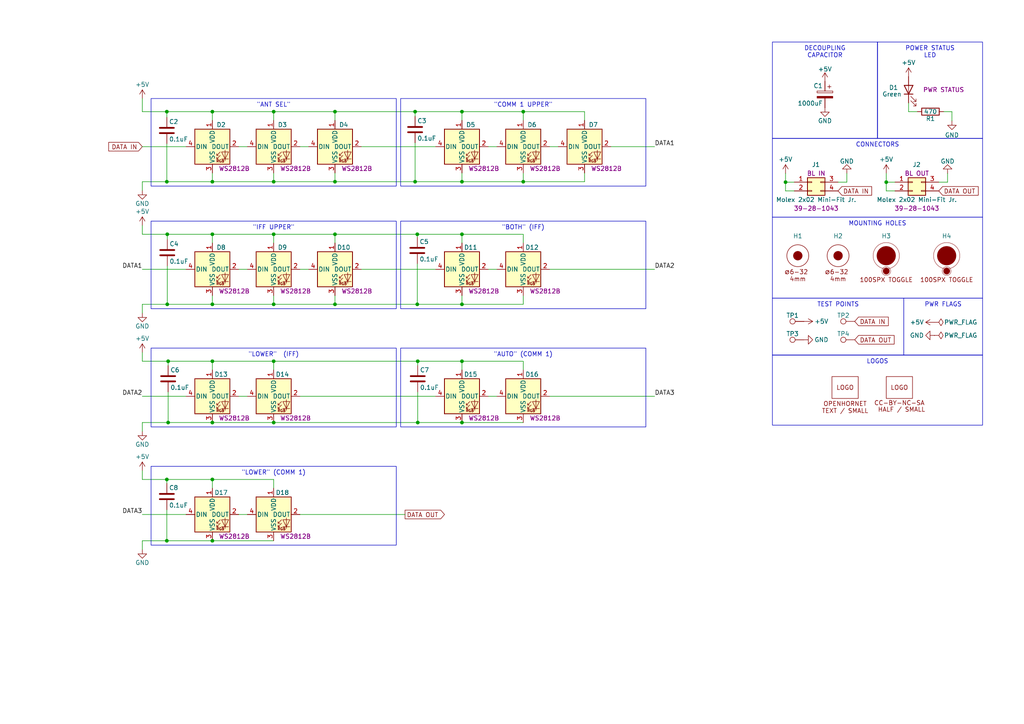
<source format=kicad_sch>
(kicad_sch (version 20230121) (generator eeschema)
  (paper "A4")
  (title_block (title "ANT SEL PANEL") (date "2023-04-10") (rev "4") (company "www.openhornet.com") (comment 1 "License:  CC BY-NC-SA") (comment 2 "Backlighting-Type A"))
  (lib_symbols
    (symbol "OH_Symbols:Capacitor_0603_0.1uF" (pin_numbers hide) (pin_names (offset 0.254))
      (property "Reference" "C" (at 0.635 2.54 0))
      (property "Value" "0.1uF" (at 0.635 -2.54 0))
      (symbol "Capacitor_0603_0.1uF_0_1"
        (polyline (pts (xy -2.032 -0.762) (xy 2.032 -0.762)) (stroke (width 0.508)))
        (polyline (pts (xy -2.032 0.762) (xy 2.032 0.762)) (stroke (width 0.508)))
      )
      (symbol "Capacitor_0603_0.1uF_1_1"
        (pin passive line (at 0 3.81 270) (length 2.794) (name "~") (number "1"))
        (pin passive line (at 0 -3.81 90) (length 2.794) (name "~") (number "2"))
      )
    )
    (symbol "OH_Symbols:Capacitor_Polarized_8x10_1000uF" (pin_numbers hide) (pin_names (offset 0.254))
      (property "Reference" "C" (at 0.635 2.54 0))
      (property "Value" "1000uF" (at 0.635 -2.54 0))
      (symbol "Capacitor_Polarized_8x10_1000uF_0_1"
        (rectangle (start -2.286 0.508) (end 2.286 1.016))
        (polyline (pts (xy -1.778 2.286) (xy -0.762 2.286)))
        (polyline (pts (xy -1.27 2.794) (xy -1.27 1.778)))
        (rectangle (start 2.286 -0.508) (end -2.286 -1.016) (fill (type outline)))
      )
      (symbol "Capacitor_Polarized_8x10_1000uF_1_1"
        (pin passive line (at 0 3.81 270) (length 2.794) (name "~") (number "1"))
        (pin passive line (at 0 -3.81 90) (length 2.794) (name "~") (number "2"))
      )
    )
    (symbol "OH_Symbols:LED_3.0mm_Green" (pin_numbers hide) (pin_names (offset 1.016) hide)
      (property "Reference" "D1" (at -4.445 -0.635 0))
      (property "Value" "Green" (at -6.35 -2.54 0))
      (property "Silkscreen" "PWR STATUS" (at 11.43 -1.27 0))
      (symbol "LED_3.0mm_Green_0_1"
        (polyline (pts (xy 1.27 0) (xy 1.27 -2.54)))
        (polyline (pts (xy 2.54 -2.54) (xy 0 -2.54)) (stroke (width 0.254)))
        (polyline (pts (xy 2.54 0) (xy 0 0) (xy 1.27 -2.54) (xy 2.54 0)) (stroke (width 0.254)))
        (polyline (pts (xy 1.905 -4.445) (xy 3.429 -5.969) (xy 3.429 -5.207) (xy 3.429 -5.969) (xy 2.667 -5.969)))
        (polyline (pts (xy 1.905 -3.175) (xy 3.429 -4.699) (xy 3.429 -3.937) (xy 3.429 -4.699) (xy 2.667 -4.699)))
      )
      (symbol "LED_3.0mm_Green_1_1"
        (pin passive line (at 1.27 -5.08 90) (length 2.54) (name "K") (number "1"))
        (pin passive line (at 1.27 2.54 270) (length 2.54) (name "A") (number "2"))
      )
    )
    (symbol "OH_Symbols:LOGO_License_Half_Small" (pin_numbers hide) (pin_names (offset 0) hide)
      (symbol "LOGO_License_Half_Small_0_0"
        (text "CC-BY-NC-SA" (at 0 3.81 0) (effects (font (size 1.27 1.27))))
      )
      (symbol "LOGO_License_Half_Small_0_1"
        (rectangle (start 3.81 5.08) (end -3.81 11.43))
      )
      (symbol "LOGO_License_Half_Small_1_0"
        (text "HALF / SMALL\n" (at 0.635 1.905 0) (effects (font (size 1.27 1.27))))
      )
      (symbol "LOGO_License_Half_Small_1_1"
        (text "LOGO" (at 0 8.255 0) (effects (font (size 1.27 1.27))))
      )
    )
    (symbol "OH_Symbols:LOGO_OpenHornet_Text_Small" (pin_numbers hide) (pin_names (offset 0) hide) (in_bom no)
      (symbol "LOGO_OpenHornet_Text_Small_0_1"
        (rectangle (start 3.81 5.08) (end -3.81 11.43))
      )
      (symbol "LOGO_OpenHornet_Text_Small_1_0"
        (text "LOGO" (at 0 8.255 0) (effects (font (size 1.27 1.27))))
        (text "OPENHORNET\nTEXT / SMALL" (at 0 2.54 0) (effects (font (size 1.27 1.27))))
      )
    )
    (symbol "OH_Symbols:Molex_2x02_Mini-Fit_Jr." (pin_names (offset 1.016) hide)
      (property "Reference" "J2" (at 0 5.08 0))
      (property "Value" "Molex 2x02 Mini-Fit Jr." (at 1.27 -5.08 0))
      (property "Manufacturer PN" "39-28-1043" (at 1.27 -7.62 0))
      (property "Silkscreen" "BL OUT" (at 1.27 2.54 0))
      (symbol "Molex_2x02_Mini-Fit_Jr._1_1"
        (rectangle (start -1.27 -2.413) (end 0 -2.667) (stroke (width 0.1524)))
        (rectangle (start -1.27 0.127) (end 0 -0.127) (stroke (width 0.1524)))
        (rectangle (start -1.27 1.27) (end 3.81 -3.81) (stroke (width 0.254)) (fill (type background)))
        (rectangle (start 3.81 -2.413) (end 2.54 -2.667) (stroke (width 0.1524)))
        (rectangle (start 3.81 0.127) (end 2.54 -0.127) (stroke (width 0.1524)))
        (pin passive line (at -5.08 0 0) (length 3.81) (name "Pin_1") (number "1"))
        (pin passive line (at -5.08 -2.54 0) (length 3.81) (name "Pin_3") (number "2"))
        (pin passive line (at 7.62 0 180) (length 3.81) (name "Pin_2") (number "3"))
        (pin passive line (at 7.62 -2.54 180) (length 3.81) (name "Pin_4") (number "4"))
      )
    )
    (symbol "OH_Symbols:MountingHole_100SPX_Toggle" (pin_names (offset 1.016))
      (property "Reference" "H" (at 0 5.715 0))
      (symbol "MountingHole_100SPX_Toggle_1_1"
        (circle (center 0 -4.445) (radius 0.898) (fill (type outline)))
        (circle (center 0 -4.445) (radius 1.27) (stroke (width 0.1)))
        (circle (center 0 0) (radius 2.6941) (fill (type outline)))
        (circle (center 0 0) (radius 3.81) (stroke (width 0.1)))
        (text "100SPX TOGGLE" (at 0 -6.985 0) (effects (font (size 1.27 1.27))))
      )
    )
    (symbol "OH_Symbols:MountingHole_6x32_PHS" (pin_numbers hide) (pin_names (offset 0) hide)
      (property "Reference" "H" (at 0 5.715 0))
      (symbol "MountingHole_6x32_PHS_0_0"
        (circle (center 0 0) (radius 1.27) (fill (type outline)))
        (circle (center 0 0) (radius 3.175))
      )
      (symbol "MountingHole_6x32_PHS_1_1"
        (text "⌀6-32 \n4mm" (at 0 -5.715 0) (effects (font (size 1.27 1.27))))
      )
    )
    (symbol "OH_Symbols:Resistor_0603_470Ω" (pin_numbers hide) (pin_names (offset 0))
      (property "Reference" "R" (at 0 -2.032 0))
      (property "Value" "470" (at 0 0 0))
      (symbol "Resistor_0603_470Ω_0_1"
        (rectangle (start -2.54 1.016) (end 2.54 -1.016) (stroke (width 0.254)))
      )
      (symbol "Resistor_0603_470Ω_1_1"
        (pin passive line (at 3.81 0 180) (length 1.27) (name "~") (number "1"))
        (pin passive line (at -3.81 0 0) (length 1.27) (name "~") (number "2"))
      )
    )
    (symbol "OH_Symbols:TestPoint" (pin_numbers hide) (pin_names (offset 0.762) hide)
      (property "Reference" "TP" (at 0 6.858 0))
      (property "Value" "TestPoint" (at 0 5.08 0))
      (symbol "TestPoint_0_1"
        (circle (center 0 3.302) (radius 0.762))
      )
      (symbol "TestPoint_1_1"
        (pin passive line (at 0 0 90) (length 2.54) (name "1") (number "1"))
      )
    )
    (symbol "OH_Symbols:WS2812B" (pin_names (offset 0.254))
      (property "Reference" "D" (at 2.54 6.35 0))
      (property "Manufacturer PN" "WS2812B" (at 6.35 -6.35 0))
      (symbol "WS2812B_0_0"
        (text "RGB" (at 2.286 -4.191 0) (effects (font (size 0.762 0.762))))
      )
      (symbol "WS2812B_0_1"
        (polyline (pts (xy 1.27 -3.556) (xy 1.778 -3.556)))
        (polyline (pts (xy 1.27 -2.54) (xy 1.778 -2.54)))
        (polyline (pts (xy 4.699 -3.556) (xy 2.667 -3.556)))
        (polyline (pts (xy 2.286 -2.54) (xy 1.27 -3.556) (xy 1.27 -3.048)))
        (polyline (pts (xy 2.286 -1.524) (xy 1.27 -2.54) (xy 1.27 -2.032)))
        (polyline (pts (xy 3.683 -1.016) (xy 3.683 -3.556) (xy 3.683 -4.064)))
        (polyline (pts (xy 4.699 -1.524) (xy 2.667 -1.524) (xy 3.683 -3.556) (xy 4.699 -1.524)))
        (rectangle (start 5.08 5.08) (end -5.08 -5.08) (stroke (width 0.254)) (fill (type background)))
      )
      (symbol "WS2812B_1_1"
        (pin power_in line (at 0 7.62 270) (length 2.54) (name "VDD") (number "1"))
        (pin output line (at 7.62 0 180) (length 2.54) (name "DOUT") (number "2"))
        (pin power_in line (at 0 -7.62 90) (length 2.54) (name "VSS") (number "3"))
        (pin input line (at -7.62 0 0) (length 2.54) (name "DIN") (number "4"))
      )
    )
    (symbol "power:+5V" (power) (pin_names (offset 0))
      (property "Value" "+5V" (at 0 3.556 0))
      (symbol "+5V_0_1"
        (polyline (pts (xy -0.762 1.27) (xy 0 2.54)))
        (polyline (pts (xy 0 0) (xy 0 2.54)))
        (polyline (pts (xy 0 2.54) (xy 0.762 1.27)))
      )
      (symbol "+5V_1_1"
        (pin power_in line (at 0 0 90) (length 0) hide (name "+5V") (number "1"))
      )
    )
    (symbol "power:GND" (power) (pin_names (offset 0))
      (property "Value" "GND" (at 0 -3.81 0))
      (symbol "GND_0_1"
        (polyline (pts (xy 0 0) (xy 0 -1.27) (xy 1.27 -1.27) (xy 0 -2.54) (xy -1.27 -1.27) (xy 0 -1.27)))
      )
      (symbol "GND_1_1"
        (pin power_in line (at 0 0 270) (length 0) hide (name "GND") (number "1"))
      )
    )
    (symbol "power:PWR_FLAG" (power) (pin_numbers hide) (pin_names (offset 0) hide)
      (property "Value" "PWR_FLAG" (at 0 3.81 0))
      (symbol "PWR_FLAG_0_0"
        (pin power_out line (at 0 0 90) (length 0) (name "pwr") (number "1"))
      )
      (symbol "PWR_FLAG_0_1"
        (polyline (pts (xy 0 0) (xy 0 1.27) (xy -1.016 1.905) (xy 0 2.54) (xy 1.016 1.905) (xy 0 1.27)))
      )
    )
  )
  (junction (at 121.158 104.775))
  (junction (at 48.768 122.555))
  (junction (at 133.985 122.555))
  (junction (at 48.768 104.775))
  (junction (at 48.514 88.265))
  (junction (at 48.514 67.945))
  (junction (at 61.595 139.065))
  (junction (at 48.387 139.065))
  (junction (at 133.985 32.385))
  (junction (at 79.375 88.265))
  (junction (at 48.387 32.385))
  (junction (at 120.396 52.705))
  (junction (at 121.158 122.555))
  (junction (at 151.765 52.705))
  (junction (at 48.387 52.705))
  (junction (at 61.595 122.555))
  (junction (at 97.155 67.945))
  (junction (at 121.031 88.265))
  (junction (at 121.031 67.945))
  (junction (at 61.595 88.265))
  (junction (at 61.595 67.945))
  (junction (at 61.595 32.385))
  (junction (at 97.155 88.265))
  (junction (at 257.048 52.832))
  (junction (at 120.396 32.385))
  (junction (at 79.375 104.775))
  (junction (at 61.595 156.845))
  (junction (at 61.595 104.775))
  (junction (at 227.838 52.832))
  (junction (at 79.375 32.385))
  (junction (at 97.155 32.385))
  (junction (at 79.375 52.705))
  (junction (at 61.595 52.705))
  (junction (at 151.765 32.385))
  (junction (at 133.985 52.705))
  (junction (at 79.375 67.945))
  (junction (at 97.155 52.705))
  (junction (at 133.985 88.265))
  (junction (at 133.985 67.945))
  (junction (at 79.375 122.555))
  (junction (at 133.985 104.775))
  (junction (at 48.387 156.845))
  (wire (pts (xy 69.215 149.225) (xy 71.755 149.225)))
  (wire (pts (xy 120.396 41.402) (xy 120.396 52.705)))
  (wire (pts (xy 151.765 52.705) (xy 151.765 50.165)))
  (wire (pts (xy 169.545 52.705) (xy 169.545 50.165)))
  (wire (pts (xy 41.275 55.245) (xy 41.275 52.705)))
  (wire (pts (xy 141.605 42.545) (xy 144.145 42.545)))
  (wire (pts (xy 41.275 149.225) (xy 53.975 149.225)))
  (wire (pts (xy 79.375 139.065) (xy 79.375 141.605)))
  (wire (pts (xy 61.595 52.705) (xy 79.375 52.705)))
  (wire (pts (xy 61.595 122.555) (xy 79.375 122.555)))
  (wire (pts (xy 97.155 32.385) (xy 120.396 32.385)))
  (wire (pts (xy 48.387 139.065) (xy 61.595 139.065)))
  (wire (pts (xy 133.985 67.945) (xy 151.765 67.945)))
  (wire (pts (xy 61.595 156.845) (xy 79.375 156.845)))
  (wire (pts (xy 48.768 104.775) (xy 61.595 104.775)))
  (wire (pts (xy 141.605 114.935) (xy 144.145 114.935)))
  (wire (pts (xy 79.375 122.555) (xy 121.158 122.555)))
  (wire (pts (xy 48.387 139.065) (xy 48.387 140.208)))
  (wire (pts (xy 133.985 122.555) (xy 151.765 122.555)))
  (wire (pts (xy 41.275 32.385) (xy 48.387 32.385)))
  (wire (pts (xy 48.514 77.089) (xy 48.514 88.265)))
  (wire (pts (xy 133.985 104.775) (xy 133.985 107.315)))
  (wire (pts (xy 230.378 55.372) (xy 227.838 55.372)))
  (wire (pts (xy 48.387 156.845) (xy 61.595 156.845)))
  (wire (pts (xy 141.605 78.105) (xy 144.145 78.105)))
  (wire (pts (xy 48.514 67.945) (xy 61.595 67.945)))
  (wire (pts (xy 41.275 125.095) (xy 41.275 122.555)))
  (wire (pts (xy 133.985 67.945) (xy 133.985 70.485)))
  (wire (pts (xy 104.775 42.545) (xy 126.365 42.545)))
  (wire (pts (xy 86.995 149.225) (xy 117.475 149.225)))
  (wire (pts (xy 69.215 42.545) (xy 71.755 42.545)))
  (wire (pts (xy 151.765 104.775) (xy 151.765 107.315)))
  (wire (pts (xy 41.275 90.805) (xy 41.275 88.265)))
  (wire (pts (xy 133.985 88.265) (xy 151.765 88.265)))
  (wire (pts (xy 257.048 52.832) (xy 257.048 55.372)))
  (wire (pts (xy 86.995 114.935) (xy 126.365 114.935)))
  (wire (pts (xy 86.995 78.105) (xy 89.535 78.105)))
  (wire (pts (xy 97.155 67.945) (xy 97.155 70.485)))
  (wire (pts (xy 61.595 88.265) (xy 61.595 85.725)))
  (wire (pts (xy 61.595 88.265) (xy 79.375 88.265)))
  (wire (pts (xy 257.048 52.832) (xy 259.588 52.832)))
  (wire (pts (xy 177.165 42.545) (xy 189.865 42.545)))
  (wire (pts (xy 97.155 67.945) (xy 121.031 67.945)))
  (wire (pts (xy 259.588 55.372) (xy 257.048 55.372)))
  (wire (pts (xy 151.765 32.385) (xy 151.765 34.925)))
  (wire (pts (xy 41.275 139.065) (xy 48.387 139.065)))
  (wire (pts (xy 243.078 52.832) (xy 245.618 52.832)))
  (wire (pts (xy 169.545 32.385) (xy 169.545 34.925)))
  (wire (pts (xy 41.275 78.105) (xy 53.975 78.105)))
  (wire (pts (xy 104.775 78.105) (xy 126.365 78.105)))
  (wire (pts (xy 133.985 88.265) (xy 133.985 85.725)))
  (wire (pts (xy 245.618 50.292) (xy 245.618 52.832)))
  (wire (pts (xy 120.396 32.385) (xy 120.396 33.782)))
  (wire (pts (xy 41.275 67.945) (xy 48.514 67.945)))
  (wire (pts (xy 276.098 35.052) (xy 276.098 32.385)))
  (wire (pts (xy 79.375 67.945) (xy 79.375 70.485)))
  (wire (pts (xy 48.514 88.265) (xy 61.595 88.265)))
  (wire (pts (xy 61.595 67.945) (xy 79.375 67.945)))
  (wire (pts (xy 48.768 104.775) (xy 48.768 106.045)))
  (wire (pts (xy 79.375 32.385) (xy 79.375 34.925)))
  (wire (pts (xy 79.375 104.775) (xy 121.158 104.775)))
  (wire (pts (xy 274.828 52.832) (xy 272.288 52.832)))
  (wire (pts (xy 61.595 104.775) (xy 61.595 107.315)))
  (wire (pts (xy 121.158 104.775) (xy 121.158 106.045)))
  (wire (pts (xy 151.765 32.385) (xy 169.545 32.385)))
  (wire (pts (xy 227.838 52.832) (xy 227.838 55.372)))
  (wire (pts (xy 151.765 52.705) (xy 169.545 52.705)))
  (wire (pts (xy 120.396 52.705) (xy 133.985 52.705)))
  (wire (pts (xy 227.838 52.832) (xy 230.378 52.832)))
  (wire (pts (xy 41.275 104.775) (xy 48.768 104.775)))
  (wire (pts (xy 274.828 50.292) (xy 274.828 52.832)))
  (wire (pts (xy 159.385 78.105) (xy 189.865 78.105)))
  (wire (pts (xy 48.387 41.656) (xy 48.387 52.705)))
  (wire (pts (xy 97.155 52.705) (xy 120.396 52.705)))
  (wire (pts (xy 120.396 32.385) (xy 133.985 32.385)))
  (wire (pts (xy 133.985 104.775) (xy 151.765 104.775)))
  (wire (pts (xy 41.275 122.555) (xy 48.768 122.555)))
  (wire (pts (xy 159.385 42.545) (xy 161.925 42.545)))
  (wire (pts (xy 41.275 42.545) (xy 53.975 42.545)))
  (wire (pts (xy 48.514 67.945) (xy 48.514 69.469)))
  (wire (pts (xy 266.065 32.385) (xy 263.525 32.385)))
  (wire (pts (xy 121.158 122.555) (xy 133.985 122.555)))
  (wire (pts (xy 48.768 113.665) (xy 48.768 122.555)))
  (wire (pts (xy 133.985 32.385) (xy 133.985 34.925)))
  (wire (pts (xy 41.275 159.385) (xy 41.275 156.845)))
  (wire (pts (xy 41.275 88.265) (xy 48.514 88.265)))
  (wire (pts (xy 41.275 52.705) (xy 48.387 52.705)))
  (wire (pts (xy 151.765 67.945) (xy 151.765 70.485)))
  (wire (pts (xy 41.275 156.845) (xy 48.387 156.845)))
  (wire (pts (xy 79.375 32.385) (xy 97.155 32.385)))
  (wire (pts (xy 86.995 42.545) (xy 89.535 42.545)))
  (wire (pts (xy 79.375 104.775) (xy 79.375 107.315)))
  (wire (pts (xy 61.595 139.065) (xy 61.595 141.605)))
  (wire (pts (xy 48.768 122.555) (xy 61.595 122.555)))
  (wire (pts (xy 41.275 114.935) (xy 53.975 114.935)))
  (wire (pts (xy 97.155 88.265) (xy 97.155 85.725)))
  (wire (pts (xy 79.375 88.265) (xy 97.155 88.265)))
  (wire (pts (xy 263.525 29.845) (xy 263.525 32.385)))
  (wire (pts (xy 133.985 52.705) (xy 133.985 50.165)))
  (wire (pts (xy 79.375 67.945) (xy 97.155 67.945)))
  (wire (pts (xy 97.155 88.265) (xy 121.031 88.265)))
  (wire (pts (xy 121.158 104.775) (xy 133.985 104.775)))
  (wire (pts (xy 61.595 32.385) (xy 61.595 34.925)))
  (wire (pts (xy 121.031 88.265) (xy 133.985 88.265)))
  (wire (pts (xy 41.275 65.405) (xy 41.275 67.945)))
  (wire (pts (xy 41.275 102.235) (xy 41.275 104.775)))
  (wire (pts (xy 61.595 67.945) (xy 61.595 70.485)))
  (wire (pts (xy 159.385 114.935) (xy 189.865 114.935)))
  (wire (pts (xy 48.387 32.385) (xy 61.595 32.385)))
  (wire (pts (xy 61.595 32.385) (xy 79.375 32.385)))
  (wire (pts (xy 97.155 52.705) (xy 97.155 50.165)))
  (wire (pts (xy 151.765 88.265) (xy 151.765 85.725)))
  (wire (pts (xy 61.595 52.705) (xy 61.595 50.165)))
  (wire (pts (xy 69.215 114.935) (xy 71.755 114.935)))
  (wire (pts (xy 273.685 32.385) (xy 276.098 32.385)))
  (wire (pts (xy 41.275 136.525) (xy 41.275 139.065)))
  (wire (pts (xy 48.387 52.705) (xy 61.595 52.705)))
  (wire (pts (xy 121.031 67.945) (xy 121.031 68.834)))
  (wire (pts (xy 121.158 113.665) (xy 121.158 122.555)))
  (wire (pts (xy 48.387 147.828) (xy 48.387 156.845)))
  (wire (pts (xy 69.215 78.105) (xy 71.755 78.105)))
  (wire (pts (xy 61.595 139.065) (xy 79.375 139.065)))
  (wire (pts (xy 257.048 50.292) (xy 257.048 52.832)))
  (wire (pts (xy 133.985 52.705) (xy 151.765 52.705)))
  (wire (pts (xy 79.375 52.705) (xy 97.155 52.705)))
  (wire (pts (xy 121.031 76.454) (xy 121.031 88.265)))
  (wire (pts (xy 61.595 104.775) (xy 79.375 104.775)))
  (wire (pts (xy 227.838 50.292) (xy 227.838 52.832)))
  (wire (pts (xy 41.275 28.575) (xy 41.275 32.385)))
  (wire (pts (xy 97.155 32.385) (xy 97.155 34.925)))
  (wire (pts (xy 79.375 88.265) (xy 79.375 85.725)))
  (wire (pts (xy 121.031 67.945) (xy 133.985 67.945)))
  (wire (pts (xy 79.375 52.705) (xy 79.375 50.165)))
  (wire (pts (xy 48.387 32.385) (xy 48.387 34.036)))
  (wire (pts (xy 133.985 32.385) (xy 151.765 32.385)))
  (text_box "\"IFF UPPER\"" (at 43.815 64.135 0) (size 71.12 25.4) (effects (font (size 1.27 1.27)) (justify top)))
  (text_box "POWER STATUS\nLED" (at 254.508 12.192 0) (size 30.48 27.94) (effects (font (size 1.27 1.27)) (justify top)))
  (text_box "\"LOWER\"  (IFF)" (at 43.815 100.965 0) (size 71.12 22.86) (effects (font (size 1.27 1.27)) (justify top)))
  (text_box "\"BOTH\" (IFF)" (at 116.205 64.135 0) (size 71.12 25.4) (effects (font (size 1.27 1.27)) (justify top)))
  (text_box "TEST POINTS" (at 224.028 86.487 0) (size 38.1 16.51) (effects (font (size 1.27 1.27)) (justify top)))
  (text_box "CONNECTORS" (at 224.028 40.132 0) (size 60.96 22.86) (effects (font (size 1.27 1.27)) (justify top)))
  (text_box "DECOUPLING\nCAPACITOR" (at 224.028 12.192 0) (size 30.48 27.94) (effects (font (size 1.27 1.27)) (justify top)))
  (text_box "\"COMM 1 UPPER\"" (at 116.205 28.575 0) (size 71.12 25.4) (effects (font (size 1.27 1.27)) (justify top)))
  (text_box "\"ANT SEL\"" (at 43.815 28.575 0) (size 71.12 25.4) (effects (font (size 1.27 1.27)) (justify top)))
  (text_box "\"AUTO\" (COMM 1)" (at 116.205 100.965 0) (size 71.12 22.86) (effects (font (size 1.27 1.27)) (justify top)))
  (text_box "MOUNTING HOLES" (at 224.028 62.992 0) (size 60.96 23.495) (effects (font (size 1.27 1.27)) (justify top)))
  (text_box "\"LOWER\" (COMM 1)" (at 43.815 135.255 0) (size 71.12 22.86) (effects (font (size 1.27 1.27)) (justify top)))
  (text_box "LOGOS" (at 224.028 102.997 0) (size 60.96 20.32) (effects (font (size 1.27 1.27)) (justify top)))
  (text_box "PWR FLAGS" (at 262.128 86.487 0) (size 22.86 16.51) (effects (font (size 1.27 1.27)) (justify top)))
  (label "DATA2" (at 41.275 114.935 180))
  (label "DATA2" (at 189.865 78.105 0))
  (label "DATA3" (at 189.865 114.935 0))
  (label "DATA1" (at 189.865 42.545 0))
  (label "DATA1" (at 41.275 78.105 180))
  (label "DATA3" (at 41.275 149.225 180))
  (global_label "DATA OUT" (shape output) (at 117.475 149.225 0) (property "Intersheetrefs" "${INTERSHEET_REFS}" (effects hide)))
  (global_label "DATA IN" (shape input) (at 41.275 42.545 180) (property "Intersheetrefs" "${INTERSHEET_REFS}" (effects hide)))
  (global_label "DATA OUT" (shape input) (at 247.904 98.552 0) (property "Intersheetrefs" "${INTERSHEET_REFS}" (effects hide)))
  (global_label "DATA IN" (shape input) (at 243.078 55.372 0) (property "Intersheetrefs" "${INTERSHEET_REFS}" (effects hide)))
  (global_label "DATA IN" (shape input) (at 247.904 93.218 0) (property "Intersheetrefs" "${INTERSHEET_REFS}" (effects hide)))
  (global_label "DATA OUT" (shape input) (at 272.288 55.372 0) (property "Intersheetrefs" "${INTERSHEET_REFS}" (effects hide)))
  (symbol (lib_id "OH_Symbols:Capacitor_0603_0.1uF") (at 120.396 37.592 0) (unit 1)
    (property "Reference" "C3" (at 121.031 35.052 0) (effects (justify left)))
    (property "Value" "0.1uF" (at 121.031 40.132 0) (effects (justify left)))
    (property "Footprint" "OH_Footprints:C_0603_1608Metric" (effects hide))
    (property "Datasheet" "https://datasheet.lcsc.com/szlcsc/YAGEO-CC0603KRX7R9BB104_C14663.pdf" (effects hide))
    (property "LCSC" "C14663" (effects hide))
    (property "Manufacturer PN" "CC0603KRX7R9BB104" (effects hide))
  )
  (symbol (lib_id "OH_Symbols:WS2812B") (at 79.375 149.225 0) (unit 1)
    (property "Reference" "D18" (at 81.915 142.875 0))
    (property "Value" "RGB" (effects hide))
    (property "Footprint" "OH_Footprints:LED_WS2812B_PLCC4_5.0x5.0mm_P3.2mm" (effects hide))
    (property "Datasheet" "https://datasheet.lcsc.com/lcsc/2006151006_Worldsemi-WS2812B-B-W_C114586.pdf" (effects hide))
    (property "Manufacturer PN" "WS2812B" (at 85.725 155.575 0))
    (property "LCSC" "C2761795" (effects hide))
  )
  (symbol (lib_id "OH_Symbols:WS2812B") (at 79.375 114.935 0) (unit 1)
    (property "Reference" "D14" (at 81.915 108.585 0))
    (property "Value" "RGB" (effects hide))
    (property "Footprint" "OH_Footprints:LED_WS2812B_PLCC4_5.0x5.0mm_P3.2mm" (effects hide))
    (property "Datasheet" "https://datasheet.lcsc.com/lcsc/2006151006_Worldsemi-WS2812B-B-W_C114586.pdf" (effects hide))
    (property "Manufacturer PN" "WS2812B" (at 85.725 121.285 0))
    (property "LCSC" "C2761795" (effects hide))
  )
  (symbol (lib_id "OH_Symbols:Capacitor_Polarized_8x10_1000uF") (at 239.268 27.432 0) (mirror y) (unit 1)
    (property "Reference" "C1" (at 238.633 24.892 0) (effects (justify left)))
    (property "Value" "1000uF" (at 238.633 29.972 0) (effects (justify left)))
    (property "Footprint" "OH_Footprints:CP_Elec_8x10" (effects hide))
    (property "Datasheet" "https://www.mouser.com/datasheet/2/293/e_uwt-1847810.pdf" (effects hide))
    (property "LCSC" "C445083" (effects hide))
    (property "Manufacturer PN" "UWT0J102MNL1GS" (effects hide))
  )
  (symbol (lib_id "OH_Symbols:WS2812B") (at 61.595 149.225 0) (unit 1)
    (property "Reference" "D17" (at 64.135 142.875 0))
    (property "Value" "RGB" (effects hide))
    (property "Footprint" "OH_Footprints:LED_WS2812B_PLCC4_5.0x5.0mm_P3.2mm" (effects hide))
    (property "Datasheet" "https://datasheet.lcsc.com/lcsc/2006151006_Worldsemi-WS2812B-B-W_C114586.pdf" (effects hide))
    (property "Manufacturer PN" "WS2812B" (at 67.945 155.575 0))
    (property "LCSC" "C2761795" (effects hide))
  )
  (symbol (lib_id "power:PWR_FLAG") (at 271.018 93.472 270) (unit 1)
    (property "Reference" "#FLG0102" (effects hide))
    (property "Value" "PWR_FLAG" (at 278.638 93.472 90))
  )
  (symbol (lib_id "OH_Symbols:Capacitor_0603_0.1uF") (at 121.031 72.644 0) (unit 1)
    (property "Reference" "C5" (at 121.666 70.104 0) (effects (justify left)))
    (property "Value" "0.1uF" (at 121.666 75.184 0) (effects (justify left)))
    (property "Footprint" "OH_Footprints:C_0603_1608Metric" (effects hide))
    (property "Datasheet" "https://datasheet.lcsc.com/szlcsc/YAGEO-CC0603KRX7R9BB104_C14663.pdf" (effects hide))
    (property "LCSC" "C14663" (effects hide))
    (property "Manufacturer PN" "CC0603KRX7R9BB104" (effects hide))
  )
  (symbol (lib_id "OH_Symbols:Resistor_0603_470Ω") (at 269.875 32.385 0) (unit 1)
    (property "Reference" "R1" (at 269.875 34.417 0))
    (property "Value" "470" (at 269.875 32.385 0))
    (property "Footprint" "OH_Footprints:R_0603_1608Metric" (effects hide))
    (property "Datasheet" "https://datasheet.lcsc.com/szlcsc/1811081712_UNI-ROYAL-Uniroyal-Elec-0603WAF4700T5E_C23179.pdf" (effects hide))
    (property "LCSC" "C23179" (effects hide))
    (property "Manufacturer PN" "0603WAF4700T5E" (effects hide))
  )
  (symbol (lib_id "OH_Symbols:WS2812B") (at 151.765 78.105 0) (unit 1)
    (property "Reference" "D12" (at 154.305 71.755 0))
    (property "Value" "RGB" (effects hide))
    (property "Footprint" "OH_Footprints:LED_WS2812B_PLCC4_5.0x5.0mm_P3.2mm" (effects hide))
    (property "Datasheet" "https://datasheet.lcsc.com/lcsc/2006151006_Worldsemi-WS2812B-B-W_C114586.pdf" (effects hide))
    (property "Manufacturer PN" "WS2812B" (at 158.115 84.455 0))
    (property "LCSC" "C2761795" (effects hide))
  )
  (symbol (lib_id "power:+5V") (at 227.838 50.292 0) (unit 1)
    (property "Reference" "#PWR0109" (effects hide))
    (property "Value" "+5V" (at 227.838 46.228 0))
  )
  (symbol (lib_id "power:GND") (at 276.098 35.052 0) (unit 1)
    (property "Reference" "#PWR0113" (effects hide))
    (property "Value" "GND" (at 276.098 39.1875 0))
  )
  (symbol (lib_id "OH_Symbols:WS2812B") (at 169.545 42.545 0) (unit 1)
    (property "Reference" "D7" (at 172.085 36.195 0))
    (property "Value" "RGB" (effects hide))
    (property "Footprint" "OH_Footprints:LED_WS2812B_PLCC4_5.0x5.0mm_P3.2mm" (effects hide))
    (property "Datasheet" "https://datasheet.lcsc.com/lcsc/2006151006_Worldsemi-WS2812B-B-W_C114586.pdf" (effects hide))
    (property "Manufacturer PN" "WS2812B" (at 175.895 48.895 0))
    (property "LCSC" "C2761795" (effects hide))
  )
  (symbol (lib_id "OH_Symbols:WS2812B") (at 133.985 78.105 0) (unit 1)
    (property "Reference" "D11" (at 136.525 71.755 0))
    (property "Value" "RGB" (effects hide))
    (property "Footprint" "OH_Footprints:LED_WS2812B_PLCC4_5.0x5.0mm_P3.2mm" (effects hide))
    (property "Datasheet" "https://datasheet.lcsc.com/lcsc/2006151006_Worldsemi-WS2812B-B-W_C114586.pdf" (effects hide))
    (property "Manufacturer PN" "WS2812B" (at 140.335 84.455 0))
    (property "LCSC" "C2761795" (effects hide))
  )
  (symbol (lib_id "OH_Symbols:TestPoint") (at 247.904 93.218 90) (unit 1)
    (property "Reference" "TP2" (at 244.602 91.4941 90))
    (property "Value" "TestPoint" (effects hide))
    (property "Footprint" "OH_Footprints:TestPoint_THTPad_D1.5mm_Drill0.7mm" (effects hide))
  )
  (symbol (lib_id "power:GND") (at 233.172 98.552 90) (unit 1)
    (property "Reference" "#PWR02" (effects hide))
    (property "Value" "GND" (at 238.252 98.552 90))
  )
  (symbol (lib_id "OH_Symbols:TestPoint") (at 247.904 98.552 90) (unit 1)
    (property "Reference" "TP4" (at 244.602 96.8281 90))
    (property "Value" "TestPoint" (effects hide))
    (property "Footprint" "OH_Footprints:TestPoint_THTPad_D1.5mm_Drill0.7mm" (effects hide))
  )
  (symbol (lib_id "power:GND") (at 41.275 125.095 0) (unit 1)
    (property "Reference" "#PWR0107" (effects hide))
    (property "Value" "GND" (at 41.275 128.905 0))
  )
  (symbol (lib_id "OH_Symbols:MountingHole_6x32_PHS") (at 231.394 74.168 0) (unit 1)
    (property "Reference" "H1" (at 231.394 68.453 0))
    (property "Value" "6x32 / 4mm" (effects hide))
    (property "Footprint" "OH_Footprints:MountingHole_6-32_PHS" (effects hide))
  )
  (symbol (lib_id "OH_Symbols:Capacitor_0603_0.1uF") (at 48.387 144.018 0) (unit 1)
    (property "Reference" "C8" (at 49.022 141.478 0) (effects (justify left)))
    (property "Value" "0.1uF" (at 49.022 146.558 0) (effects (justify left)))
    (property "Footprint" "OH_Footprints:C_0603_1608Metric" (effects hide))
    (property "Datasheet" "https://datasheet.lcsc.com/szlcsc/YAGEO-CC0603KRX7R9BB104_C14663.pdf" (effects hide))
    (property "LCSC" "C14663" (effects hide))
    (property "Manufacturer PN" "CC0603KRX7R9BB104" (effects hide))
  )
  (symbol (lib_id "power:GND") (at 41.275 159.385 0) (unit 1)
    (property "Reference" "#PWR0106" (effects hide))
    (property "Value" "GND" (at 41.275 163.195 0))
  )
  (symbol (lib_id "OH_Symbols:LED_3.0mm_Green") (at 262.255 24.765 0) (unit 1)
    (property "Reference" "D1" (at 257.81 25.4 0) (effects (justify left)))
    (property "Value" "Green" (at 255.905 27.305 0) (effects (justify left)))
    (property "Footprint" "OH_Footprints:LED_D3.0mm" (effects hide))
    (property "Silkscreen" "PWR STATUS" (at 273.685 26.035 0))
  )
  (symbol (lib_id "power:+5V") (at 239.268 23.622 0) (unit 1)
    (property "Reference" "#PWR0111" (effects hide))
    (property "Value" "+5V" (at 239.268 20.066 0))
  )
  (symbol (lib_id "power:+5V") (at 257.048 50.292 0) (unit 1)
    (property "Reference" "#PWR0116" (effects hide))
    (property "Value" "+5V" (at 257.048 46.228 0))
  )
  (symbol (lib_id "OH_Symbols:TestPoint") (at 233.172 98.552 90) (unit 1)
    (property "Reference" "TP3" (at 229.87 96.8281 90))
    (property "Value" "TestPoint" (effects hide))
    (property "Footprint" "OH_Footprints:TestPoint_THTPad_D1.5mm_Drill0.7mm" (effects hide))
  )
  (symbol (lib_id "OH_Symbols:WS2812B") (at 97.155 42.545 0) (unit 1)
    (property "Reference" "D4" (at 99.695 36.195 0))
    (property "Value" "RGB" (effects hide))
    (property "Footprint" "OH_Footprints:LED_WS2812B_PLCC4_5.0x5.0mm_P3.2mm" (effects hide))
    (property "Datasheet" "https://datasheet.lcsc.com/lcsc/2006151006_Worldsemi-WS2812B-B-W_C114586.pdf" (effects hide))
    (property "Manufacturer PN" "WS2812B" (at 103.505 48.895 0))
    (property "LCSC" "C2761795" (effects hide))
  )
  (symbol (lib_id "power:GND") (at 41.275 90.805 0) (unit 1)
    (property "Reference" "#PWR0103" (effects hide))
    (property "Value" "GND" (at 41.275 94.615 0))
  )
  (symbol (lib_id "power:GND") (at 271.018 97.282 270) (unit 1)
    (property "Reference" "#PWR0119" (effects hide))
    (property "Value" "GND" (at 265.938 97.282 90))
  )
  (symbol (lib_id "OH_Symbols:WS2812B") (at 79.375 42.545 0) (unit 1)
    (property "Reference" "D3" (at 81.915 36.195 0))
    (property "Value" "RGB" (effects hide))
    (property "Footprint" "OH_Footprints:LED_WS2812B_PLCC4_5.0x5.0mm_P3.2mm" (effects hide))
    (property "Datasheet" "https://datasheet.lcsc.com/lcsc/2006151006_Worldsemi-WS2812B-B-W_C114586.pdf" (effects hide))
    (property "Manufacturer PN" "WS2812B" (at 85.725 48.895 0))
    (property "LCSC" "C2761795" (effects hide))
  )
  (symbol (lib_id "power:+5V") (at 271.018 93.472 90) (unit 1)
    (property "Reference" "#PWR0114" (effects hide))
    (property "Value" "+5V" (at 265.938 93.472 90))
  )
  (symbol (lib_id "OH_Symbols:WS2812B") (at 151.765 42.545 0) (unit 1)
    (property "Reference" "D6" (at 154.305 36.195 0))
    (property "Value" "RGB" (effects hide))
    (property "Footprint" "OH_Footprints:LED_WS2812B_PLCC4_5.0x5.0mm_P3.2mm" (effects hide))
    (property "Datasheet" "https://datasheet.lcsc.com/lcsc/2006151006_Worldsemi-WS2812B-B-W_C114586.pdf" (effects hide))
    (property "Manufacturer PN" "WS2812B" (at 158.115 48.895 0))
    (property "LCSC" "C2761795" (effects hide))
  )
  (symbol (lib_id "power:+5V") (at 233.172 93.218 270) (unit 1)
    (property "Reference" "#PWR01" (effects hide))
    (property "Value" "+5V" (at 238.252 93.218 90))
  )
  (symbol (lib_id "power:+5V") (at 263.525 22.225 0) (unit 1)
    (property "Reference" "#PWR0110" (effects hide))
    (property "Value" "+5V" (at 263.525 18.161 0))
  )
  (symbol (lib_id "OH_Symbols:MountingHole_100SPX_Toggle") (at 274.574 74.168 0) (unit 1)
    (property "Reference" "H4" (at 274.574 68.453 0))
    (property "Value" ".500in / 12.7mm" (effects hide))
    (property "Footprint" "OH_Footprints:100SPX_Toggle_13mm_x_18mm" (effects hide))
  )
  (symbol (lib_id "power:GND") (at 239.268 31.242 0) (unit 1)
    (property "Reference" "#PWR0112" (effects hide))
    (property "Value" "GND" (at 239.268 35.052 0))
  )
  (symbol (lib_id "OH_Symbols:Molex_2x02_Mini-Fit_Jr.") (at 235.458 52.832 0) (unit 1)
    (property "Reference" "J1" (at 235.458 47.752 0) (effects (justify left)))
    (property "Value" "Molex 2x02 Mini-Fit Jr." (at 236.728 57.912 0))
    (property "Footprint" "OH_Footprints:Molex_Mini-Fit_Jr_5566-04A_2x02_P4.20mm_Vertical" (effects hide))
    (property "Datasheet" "https://www.molex.com/molex/search/partSearch?query=39281043&pQuery=" (effects hide))
    (property "LCSC" "C293502" (effects hide))
    (property "Manufacturer PN" "39-28-1043" (at 236.728 60.452 0))
    (property "Silkscreen" "BL IN" (at 236.728 50.292 0))
  )
  (symbol (lib_id "OH_Symbols:LOGO_OpenHornet_Text_Small") (at 245.11 120.65 0) (unit 1) (in_bom no)
    (property "Reference" "LOGO1" (effects hide))
    (property "Value" "LOGO" (effects hide))
    (property "Footprint" "OH_Footprints:LOGO_OH_Text_Small" (effects hide))
    (property "Datasheet" "https://www.openhornet.com" (effects hide))
  )
  (symbol (lib_id "OH_Symbols:LOGO_License_Half_Small") (at 260.858 120.65 0) (unit 1)
    (property "Reference" "LOGO2" (effects hide))
    (property "Value" "LOGO" (effects hide))
    (property "Footprint" "OH_Footprints:LOGO_CC-BY-NC-SA_Half_Small" (effects hide))
    (property "Datasheet" "https://creativecommons.org/licenses/by-nc-sa/4.0/" (effects hide))
  )
  (symbol (lib_id "OH_Symbols:WS2812B") (at 151.765 114.935 0) (unit 1)
    (property "Reference" "D16" (at 154.305 108.585 0))
    (property "Value" "RGB" (effects hide))
    (property "Footprint" "OH_Footprints:LED_WS2812B_PLCC4_5.0x5.0mm_P3.2mm" (effects hide))
    (property "Datasheet" "https://datasheet.lcsc.com/lcsc/2006151006_Worldsemi-WS2812B-B-W_C114586.pdf" (effects hide))
    (property "Manufacturer PN" "WS2812B" (at 158.115 121.285 0))
    (property "LCSC" "C2761795" (effects hide))
  )
  (symbol (lib_id "power:+5V") (at 41.275 102.235 0) (unit 1)
    (property "Reference" "#PWR0108" (effects hide))
    (property "Value" "+5V" (at 41.275 98.171 0))
  )
  (symbol (lib_id "OH_Symbols:WS2812B") (at 133.985 114.935 0) (unit 1)
    (property "Reference" "D15" (at 136.525 108.585 0))
    (property "Value" "RGB" (effects hide))
    (property "Footprint" "OH_Footprints:LED_WS2812B_PLCC4_5.0x5.0mm_P3.2mm" (effects hide))
    (property "Datasheet" "https://datasheet.lcsc.com/lcsc/2006151006_Worldsemi-WS2812B-B-W_C114586.pdf" (effects hide))
    (property "Manufacturer PN" "WS2812B" (at 140.335 121.285 0))
    (property "LCSC" "C2761795" (effects hide))
  )
  (symbol (lib_id "OH_Symbols:WS2812B") (at 61.595 114.935 0) (unit 1)
    (property "Reference" "D13" (at 64.135 108.585 0))
    (property "Value" "RGB" (effects hide))
    (property "Footprint" "OH_Footprints:LED_WS2812B_PLCC4_5.0x5.0mm_P3.2mm" (effects hide))
    (property "Datasheet" "https://datasheet.lcsc.com/lcsc/2006151006_Worldsemi-WS2812B-B-W_C114586.pdf" (effects hide))
    (property "Manufacturer PN" "WS2812B" (at 67.945 121.285 0))
    (property "LCSC" "C2761795" (effects hide))
  )
  (symbol (lib_id "OH_Symbols:Capacitor_0603_0.1uF") (at 48.514 73.279 0) (unit 1)
    (property "Reference" "C4" (at 49.149 70.739 0) (effects (justify left)))
    (property "Value" "0.1uF" (at 49.149 75.819 0) (effects (justify left)))
    (property "Footprint" "OH_Footprints:C_0603_1608Metric" (effects hide))
    (property "Datasheet" "https://datasheet.lcsc.com/szlcsc/YAGEO-CC0603KRX7R9BB104_C14663.pdf" (effects hide))
    (property "LCSC" "C14663" (effects hide))
    (property "Manufacturer PN" "CC0603KRX7R9BB104" (effects hide))
  )
  (symbol (lib_id "OH_Symbols:WS2812B") (at 61.595 42.545 0) (unit 1)
    (property "Reference" "D2" (at 64.135 36.195 0))
    (property "Value" "RGB" (effects hide))
    (property "Footprint" "OH_Footprints:LED_WS2812B_PLCC4_5.0x5.0mm_P3.2mm" (effects hide))
    (property "Datasheet" "https://datasheet.lcsc.com/lcsc/2006151006_Worldsemi-WS2812B-B-W_C114586.pdf" (effects hide))
    (property "Manufacturer PN" "WS2812B" (at 67.945 48.895 0))
    (property "LCSC" "C2761795" (effects hide))
  )
  (symbol (lib_id "power:GND") (at 274.828 50.292 180) (unit 1)
    (property "Reference" "#PWR0117" (effects hide))
    (property "Value" "GND" (at 274.828 46.7901 0))
  )
  (symbol (lib_id "power:GND") (at 245.618 50.292 180) (unit 1)
    (property "Reference" "#PWR0120" (effects hide))
    (property "Value" "GND" (at 245.618 46.7901 0))
  )
  (symbol (lib_id "OH_Symbols:Capacitor_0603_0.1uF") (at 48.387 37.846 0) (unit 1)
    (property "Reference" "C2" (at 49.022 35.306 0) (effects (justify left)))
    (property "Value" "0.1uF" (at 49.022 40.386 0) (effects (justify left)))
    (property "Footprint" "OH_Footprints:C_0603_1608Metric" (effects hide))
    (property "Datasheet" "https://datasheet.lcsc.com/szlcsc/YAGEO-CC0603KRX7R9BB104_C14663.pdf" (effects hide))
    (property "LCSC" "C14663" (effects hide))
    (property "Manufacturer PN" "CC0603KRX7R9BB104" (effects hide))
  )
  (symbol (lib_id "OH_Symbols:MountingHole_100SPX_Toggle") (at 257.048 74.168 0) (unit 1)
    (property "Reference" "H3" (at 257.048 68.453 0))
    (property "Value" ".500in / 12.7mm" (effects hide))
    (property "Footprint" "OH_Footprints:100SPX_Toggle_13mm_x_18mm" (effects hide))
  )
  (symbol (lib_id "OH_Symbols:WS2812B") (at 79.375 78.105 0) (unit 1)
    (property "Reference" "D9" (at 81.915 71.755 0))
    (property "Value" "RGB" (effects hide))
    (property "Footprint" "OH_Footprints:LED_WS2812B_PLCC4_5.0x5.0mm_P3.2mm" (effects hide))
    (property "Datasheet" "https://datasheet.lcsc.com/lcsc/2006151006_Worldsemi-WS2812B-B-W_C114586.pdf" (effects hide))
    (property "Manufacturer PN" "WS2812B" (at 85.725 84.455 0))
    (property "LCSC" "C2761795" (effects hide))
  )
  (symbol (lib_id "OH_Symbols:TestPoint") (at 233.172 93.218 90) (unit 1)
    (property "Reference" "TP1" (at 229.87 91.4941 90))
    (property "Value" "TestPoint" (effects hide))
    (property "Footprint" "OH_Footprints:TestPoint_THTPad_D1.5mm_Drill0.7mm" (effects hide))
  )
  (symbol (lib_id "OH_Symbols:MountingHole_6x32_PHS") (at 243.078 74.168 0) (unit 1)
    (property "Reference" "H2" (at 243.078 68.453 0))
    (property "Value" "6x32 / 4mm" (effects hide))
    (property "Footprint" "OH_Footprints:MountingHole_6-32_PHS" (effects hide))
  )
  (symbol (lib_id "OH_Symbols:WS2812B") (at 133.985 42.545 0) (unit 1)
    (property "Reference" "D5" (at 136.525 36.195 0))
    (property "Value" "RGB" (effects hide))
    (property "Footprint" "OH_Footprints:LED_WS2812B_PLCC4_5.0x5.0mm_P3.2mm" (effects hide))
    (property "Datasheet" "https://datasheet.lcsc.com/lcsc/2006151006_Worldsemi-WS2812B-B-W_C114586.pdf" (effects hide))
    (property "Manufacturer PN" "WS2812B" (at 140.335 48.895 0))
    (property "LCSC" "C2761795" (effects hide))
  )
  (symbol (lib_id "power:GND") (at 41.275 55.245 0) (unit 1)
    (property "Reference" "#PWR0102" (effects hide))
    (property "Value" "GND" (at 41.275 59.055 0))
  )
  (symbol (lib_id "OH_Symbols:Capacitor_0603_0.1uF") (at 121.158 109.855 0) (unit 1)
    (property "Reference" "C7" (at 121.793 107.315 0) (effects (justify left)))
    (property "Value" "0.1uF" (at 121.793 112.395 0) (effects (justify left)))
    (property "Footprint" "OH_Footprints:C_0603_1608Metric" (effects hide))
    (property "Datasheet" "https://datasheet.lcsc.com/szlcsc/YAGEO-CC0603KRX7R9BB104_C14663.pdf" (effects hide))
    (property "LCSC" "C14663" (effects hide))
    (property "Manufacturer PN" "CC0603KRX7R9BB104" (effects hide))
  )
  (symbol (lib_id "OH_Symbols:Molex_2x02_Mini-Fit_Jr.") (at 264.668 52.832 0) (unit 1)
    (property "Reference" "J2" (at 264.668 47.752 0) (effects (justify left)))
    (property "Value" "Molex 2x02 Mini-Fit Jr." (at 265.938 57.912 0))
    (property "Footprint" "OH_Footprints:Molex_Mini-Fit_Jr_5566-04A_2x02_P4.20mm_Vertical" (effects hide))
    (property "Datasheet" "https://www.molex.com/molex/search/partSearch?query=39281043&pQuery=" (effects hide))
    (property "LCSC" "C293502" (effects hide))
    (property "Manufacturer PN" "39-28-1043" (at 265.938 60.452 0))
    (property "Silkscreen" "BL OUT" (at 265.938 50.292 0))
  )
  (symbol (lib_id "power:+5V") (at 41.275 65.405 0) (unit 1)
    (property "Reference" "#PWR0101" (effects hide))
    (property "Value" "+5V" (at 41.275 61.341 0))
  )
  (symbol (lib_id "power:PWR_FLAG") (at 271.018 97.282 270) (unit 1)
    (property "Reference" "#FLG0101" (effects hide))
    (property "Value" "PWR_FLAG" (at 278.638 97.282 90))
  )
  (symbol (lib_id "OH_Symbols:WS2812B") (at 61.595 78.105 0) (unit 1)
    (property "Reference" "D8" (at 64.135 71.755 0))
    (property "Value" "RGB" (effects hide))
    (property "Footprint" "OH_Footprints:LED_WS2812B_PLCC4_5.0x5.0mm_P3.2mm" (effects hide))
    (property "Datasheet" "https://datasheet.lcsc.com/lcsc/2006151006_Worldsemi-WS2812B-B-W_C114586.pdf" (effects hide))
    (property "Manufacturer PN" "WS2812B" (at 67.945 84.455 0))
    (property "LCSC" "C2761795" (effects hide))
  )
  (symbol (lib_id "power:+5V") (at 41.275 28.575 0) (unit 1)
    (property "Reference" "#PWR03" (effects hide))
    (property "Value" "+5V" (at 41.275 24.511 0))
  )
  (symbol (lib_id "OH_Symbols:Capacitor_0603_0.1uF") (at 48.768 109.855 0) (unit 1)
    (property "Reference" "C6" (at 49.403 107.315 0) (effects (justify left)))
    (property "Value" "0.1uF" (at 49.403 112.395 0) (effects (justify left)))
    (property "Footprint" "OH_Footprints:C_0603_1608Metric" (effects hide))
    (property "Datasheet" "https://datasheet.lcsc.com/szlcsc/YAGEO-CC0603KRX7R9BB104_C14663.pdf" (effects hide))
    (property "LCSC" "C14663" (effects hide))
    (property "Manufacturer PN" "CC0603KRX7R9BB104" (effects hide))
  )
  (symbol (lib_id "OH_Symbols:WS2812B") (at 97.155 78.105 0) (unit 1)
    (property "Reference" "D10" (at 99.695 71.755 0))
    (property "Value" "RGB" (effects hide))
    (property "Footprint" "OH_Footprints:LED_WS2812B_PLCC4_5.0x5.0mm_P3.2mm" (effects hide))
    (property "Datasheet" "https://datasheet.lcsc.com/lcsc/2006151006_Worldsemi-WS2812B-B-W_C114586.pdf" (effects hide))
    (property "Manufacturer PN" "WS2812B" (at 103.505 84.455 0))
    (property "LCSC" "C2761795" (effects hide))
  )
  (symbol (lib_id "power:+5V") (at 41.275 136.525 0) (unit 1)
    (property "Reference" "#PWR0105" (effects hide))
    (property "Value" "+5V" (at 41.275 132.461 0))
  )
)
</source>
